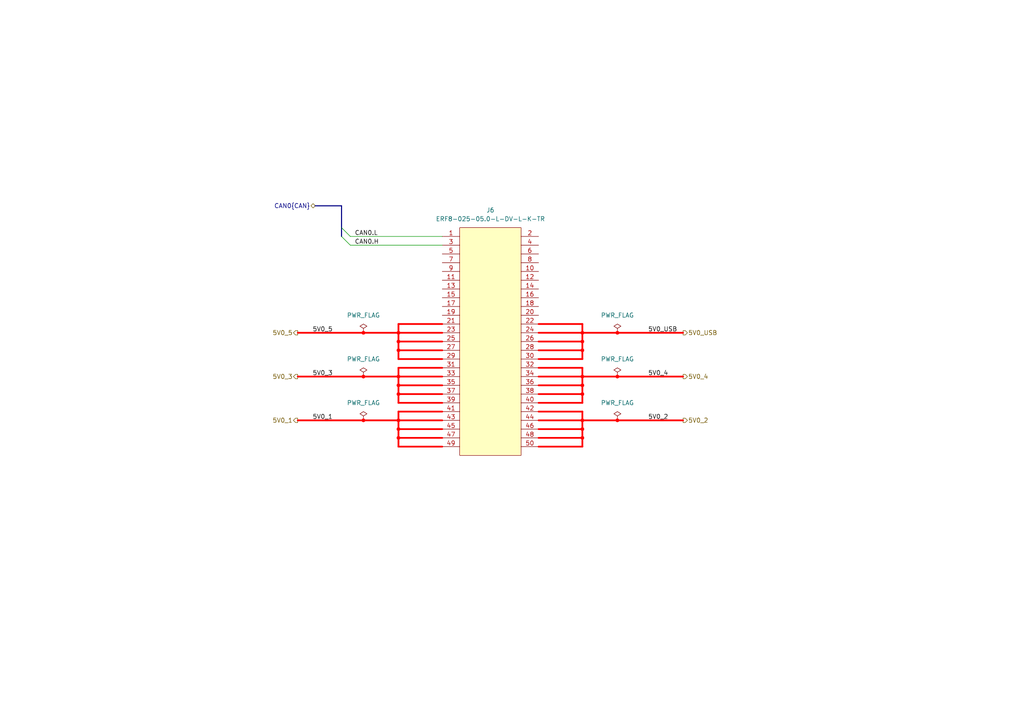
<source format=kicad_sch>
(kicad_sch (version 20250114) (generator "eeschema") (generator_version "9.0")
  (paper "A4")
  (lib_symbols
    (symbol "library:ERF8-025-05.0-L-DV-L-K-TR"
      (property "Reference" "J" (at 0 38.1 0))
      (property "Value" "ERF8-025-05.0-L-DV-L-K-TR" (at 0 35.56 0))
      (symbol "ERF8-025-05.0-L-DV-L-K-TR_1_1"
        (rectangle (start -8.89 33.02) (end 8.89 -33.02) (fill (type color) (color 255 255 194 1)))
        (pin passive line (at -13.97 30.48 0) (length 5.08) (name "") (number "1"))
        (pin passive line (at -13.97 27.94 0) (length 5.08) (name "") (number "3"))
        (pin passive line (at -13.97 25.4 0) (length 5.08) (name "") (number "5"))
        (pin passive line (at -13.97 22.86 0) (length 5.08) (name "") (number "7"))
        (pin passive line (at -13.97 20.32 0) (length 5.08) (name "") (number "9"))
        (pin passive line (at -13.97 17.78 0) (length 5.08) (name "") (number "11"))
        (pin passive line (at -13.97 15.24 0) (length 5.08) (name "") (number "13"))
        (pin passive line (at -13.97 12.7 0) (length 5.08) (name "") (number "15"))
        (pin passive line (at -13.97 10.16 0) (length 5.08) (name "") (number "17"))
        (pin passive line (at -13.97 7.62 0) (length 5.08) (name "") (number "19"))
        (pin passive line (at -13.97 5.08 0) (length 5.08) (name "") (number "21"))
        (pin passive line (at -13.97 2.54 0) (length 5.08) (name "") (number "23"))
        (pin passive line (at -13.97 0 0) (length 5.08) (name "") (number "25"))
        (pin passive line (at -13.97 -2.54 0) (length 5.08) (name "") (number "27"))
        (pin passive line (at -13.97 -5.08 0) (length 5.08) (name "") (number "29"))
        (pin passive line (at -13.97 -7.62 0) (length 5.08) (name "") (number "31"))
        (pin passive line (at -13.97 -10.16 0) (length 5.08) (name "") (number "33"))
        (pin passive line (at -13.97 -12.7 0) (length 5.08) (name "") (number "35"))
        (pin passive line (at -13.97 -15.24 0) (length 5.08) (name "") (number "37"))
        (pin passive line (at -13.97 -17.78 0) (length 5.08) (name "") (number "39"))
        (pin passive line (at -13.97 -20.32 0) (length 5.08) (name "") (number "41"))
        (pin passive line (at -13.97 -22.86 0) (length 5.08) (name "") (number "43"))
        (pin passive line (at -13.97 -25.4 0) (length 5.08) (name "") (number "45"))
        (pin passive line (at -13.97 -27.94 0) (length 5.08) (name "") (number "47"))
        (pin passive line (at -13.97 -30.48 0) (length 5.08) (name "") (number "49"))
        (pin passive line (at 13.97 30.48 180) (length 5.08) (name "") (number "2"))
        (pin passive line (at 13.97 27.94 180) (length 5.08) (name "") (number "4"))
        (pin passive line (at 13.97 25.4 180) (length 5.08) (name "") (number "6"))
        (pin passive line (at 13.97 22.86 180) (length 5.08) (name "") (number "8"))
        (pin passive line (at 13.97 20.32 180) (length 5.08) (name "") (number "10"))
        (pin passive line (at 13.97 17.78 180) (length 5.08) (name "") (number "12"))
        (pin passive line (at 13.97 15.24 180) (length 5.08) (name "") (number "14"))
        (pin passive line (at 13.97 12.7 180) (length 5.08) (name "") (number "16"))
        (pin passive line (at 13.97 10.16 180) (length 5.08) (name "") (number "18"))
        (pin passive line (at 13.97 7.62 180) (length 5.08) (name "") (number "20"))
        (pin passive line (at 13.97 5.08 180) (length 5.08) (name "") (number "22"))
        (pin passive line (at 13.97 2.54 180) (length 5.08) (name "") (number "24"))
        (pin passive line (at 13.97 0 180) (length 5.08) (name "") (number "26"))
        (pin passive line (at 13.97 -2.54 180) (length 5.08) (name "") (number "28"))
        (pin passive line (at 13.97 -5.08 180) (length 5.08) (name "") (number "30"))
        (pin passive line (at 13.97 -7.62 180) (length 5.08) (name "") (number "32"))
        (pin passive line (at 13.97 -10.16 180) (length 5.08) (name "") (number "34"))
        (pin passive line (at 13.97 -12.7 180) (length 5.08) (name "") (number "36"))
        (pin passive line (at 13.97 -15.24 180) (length 5.08) (name "") (number "38"))
        (pin passive line (at 13.97 -17.78 180) (length 5.08) (name "") (number "40"))
        (pin passive line (at 13.97 -20.32 180) (length 5.08) (name "") (number "42"))
        (pin passive line (at 13.97 -22.86 180) (length 5.08) (name "") (number "44"))
        (pin passive line (at 13.97 -25.4 180) (length 5.08) (name "") (number "46"))
        (pin passive line (at 13.97 -27.94 180) (length 5.08) (name "") (number "48"))
        (pin passive line (at 13.97 -30.48 180) (length 5.08) (name "") (number "50"))
      )
    )
    (symbol "power:PWR_FLAG" (power) (pin_numbers (hide yes)) (pin_names (offset 0) (hide yes))
      (property "Value" "PWR_FLAG" (at 0 3.81 0))
      (symbol "PWR_FLAG_0_0"
        (pin power_out line (at 0 0 90) (length 0) (name "~") (number "1"))
      )
      (symbol "PWR_FLAG_0_1"
        (polyline (pts (xy 0 0) (xy 0 1.27) (xy -1.016 1.905) (xy 0 2.54) (xy 1.016 1.905) (xy 0 1.27)))
      )
    )
  )
  (junction (at 168.91 127) (color 255 0 0 1))
  (junction (at 168.91 111.76) (color 255 0 0 1))
  (junction (at 179.07 96.52) (color 255 0 0 1))
  (junction (at 168.91 109.22) (color 255 0 0 1))
  (junction (at 168.91 96.52) (color 255 0 0 1))
  (junction (at 115.57 96.52) (color 255 0 0 1))
  (junction (at 168.91 121.92) (color 255 0 0 1))
  (junction (at 115.57 111.76) (color 255 0 0 1))
  (junction (at 115.57 124.46) (color 255 0 0 1))
  (junction (at 115.57 99.06) (color 255 0 0 1))
  (junction (at 105.41 121.92) (color 255 0 0 1))
  (junction (at 168.91 101.6) (color 255 0 0 1))
  (junction (at 115.57 114.3) (color 255 0 0 1))
  (junction (at 115.57 127) (color 255 0 0 1))
  (junction (at 168.91 99.06) (color 255 0 0 1))
  (junction (at 115.57 101.6) (color 255 0 0 1))
  (junction (at 105.41 96.52) (color 255 0 0 1))
  (junction (at 168.91 124.46) (color 255 0 0 1))
  (junction (at 115.57 109.22) (color 255 0 0 1))
  (junction (at 168.91 114.3) (color 255 0 0 1))
  (junction (at 105.41 109.22) (color 255 0 0 1))
  (junction (at 179.07 121.92) (color 255 0 0 1))
  (junction (at 115.57 121.92) (color 255 0 0 1))
  (junction (at 179.07 109.22) (color 255 0 0 1))
  (bus_entry (at 99.06 66.04) (size 2.54 2.54))
  (bus_entry (at 99.06 68.58) (size 2.54 2.54))
  (wire (pts (xy 168.91 101.6) (xy 156.21 101.6)) (stroke (width 0.508) (color 255 0 0 1)))
  (wire (pts (xy 115.57 119.38) (xy 128.27 119.38)) (stroke (width 0.508) (color 255 0 0 1)))
  (wire (pts (xy 115.57 99.06) (xy 115.57 101.6)) (stroke (width 0.508) (color 255 0 0 1)))
  (wire (pts (xy 168.91 111.76) (xy 168.91 114.3)) (stroke (width 0.508) (color 255 0 0 1)))
  (wire (pts (xy 168.91 96.52) (xy 179.07 96.52)) (stroke (width 0.508) (color 255 0 0 1)))
  (wire (pts (xy 115.57 99.06) (xy 128.27 99.06)) (stroke (width 0.508) (color 255 0 0 1)))
  (wire (pts (xy 105.41 109.22) (xy 115.57 109.22)) (stroke (width 0.508) (color 255 0 0 1)))
  (wire (pts (xy 101.6 68.58) (xy 128.27 68.58)))
  (wire (pts (xy 115.57 127) (xy 128.27 127)) (stroke (width 0.508) (color 255 0 0 1)))
  (wire (pts (xy 115.57 106.68) (xy 115.57 109.22)) (stroke (width 0.508) (color 255 0 0 1)))
  (wire (pts (xy 168.91 96.52) (xy 156.21 96.52)) (stroke (width 0.508) (color 255 0 0 1)))
  (wire (pts (xy 115.57 101.6) (xy 115.57 104.14)) (stroke (width 0.508) (color 255 0 0 1)))
  (wire (pts (xy 168.91 116.84) (xy 156.21 116.84)) (stroke (width 0.508) (color 255 0 0 1)))
  (wire (pts (xy 115.57 96.52) (xy 128.27 96.52)) (stroke (width 0.508) (color 255 0 0 1)))
  (wire (pts (xy 168.91 111.76) (xy 156.21 111.76)) (stroke (width 0.508) (color 255 0 0 1)))
  (wire (pts (xy 115.57 116.84) (xy 128.27 116.84)) (stroke (width 0.508) (color 255 0 0 1)))
  (wire (pts (xy 115.57 109.22) (xy 128.27 109.22)) (stroke (width 0.508) (color 255 0 0 1)))
  (wire (pts (xy 101.6 71.12) (xy 128.27 71.12)))
  (wire (pts (xy 115.57 93.98) (xy 115.57 96.52)) (stroke (width 0.508) (color 255 0 0 1)))
  (wire (pts (xy 168.91 96.52) (xy 168.91 99.06)) (stroke (width 0.508) (color 255 0 0 1)))
  (wire (pts (xy 86.36 121.92) (xy 105.41 121.92)) (stroke (width 0.508) (color 255 0 0 1)))
  (wire (pts (xy 115.57 101.6) (xy 128.27 101.6)) (stroke (width 0.508) (color 255 0 0 1)))
  (wire (pts (xy 168.91 93.98) (xy 156.21 93.98)) (stroke (width 0.508) (color 255 0 0 1)))
  (wire (pts (xy 115.57 119.38) (xy 115.57 121.92)) (stroke (width 0.508) (color 255 0 0 1)))
  (wire (pts (xy 115.57 109.22) (xy 115.57 111.76)) (stroke (width 0.508) (color 255 0 0 1)))
  (wire (pts (xy 105.41 96.52) (xy 115.57 96.52)) (stroke (width 0.508) (color 255 0 0 1)))
  (wire (pts (xy 115.57 127) (xy 115.57 129.54)) (stroke (width 0.508) (color 255 0 0 1)))
  (wire (pts (xy 168.91 101.6) (xy 168.91 104.14)) (stroke (width 0.508) (color 255 0 0 1)))
  (wire (pts (xy 115.57 114.3) (xy 115.57 116.84)) (stroke (width 0.508) (color 255 0 0 1)))
  (wire (pts (xy 86.36 96.52) (xy 105.41 96.52)) (stroke (width 0.508) (color 255 0 0 1)))
  (wire (pts (xy 168.91 99.06) (xy 168.91 101.6)) (stroke (width 0.508) (color 255 0 0 1)))
  (wire (pts (xy 115.57 111.76) (xy 128.27 111.76)) (stroke (width 0.508) (color 255 0 0 1)))
  (wire (pts (xy 179.07 109.22) (xy 198.12 109.22)) (stroke (width 0.508) (color 255 0 0 1)))
  (wire (pts (xy 168.91 114.3) (xy 168.91 116.84)) (stroke (width 0.508) (color 255 0 0 1)))
  (wire (pts (xy 168.91 127) (xy 156.21 127)) (stroke (width 0.508) (color 255 0 0 1)))
  (wire (pts (xy 168.91 119.38) (xy 168.91 121.92)) (stroke (width 0.508) (color 255 0 0 1)))
  (wire (pts (xy 168.91 119.38) (xy 156.21 119.38)) (stroke (width 0.508) (color 255 0 0 1)))
  (wire (pts (xy 168.91 106.68) (xy 168.91 109.22)) (stroke (width 0.508) (color 255 0 0 1)))
  (wire (pts (xy 168.91 129.54) (xy 156.21 129.54)) (stroke (width 0.508) (color 255 0 0 1)))
  (wire (pts (xy 115.57 114.3) (xy 128.27 114.3)) (stroke (width 0.508) (color 255 0 0 1)))
  (wire (pts (xy 115.57 121.92) (xy 115.57 124.46)) (stroke (width 0.508) (color 255 0 0 1)))
  (wire (pts (xy 115.57 93.98) (xy 128.27 93.98)) (stroke (width 0.508) (color 255 0 0 1)))
  (wire (pts (xy 179.07 121.92) (xy 198.12 121.92)) (stroke (width 0.508) (color 255 0 0 1)))
  (wire (pts (xy 168.91 109.22) (xy 156.21 109.22)) (stroke (width 0.508) (color 255 0 0 1)))
  (wire (pts (xy 168.91 121.92) (xy 168.91 124.46)) (stroke (width 0.508) (color 255 0 0 1)))
  (wire (pts (xy 168.91 124.46) (xy 168.91 127)) (stroke (width 0.508) (color 255 0 0 1)))
  (wire (pts (xy 168.91 93.98) (xy 168.91 96.52)) (stroke (width 0.508) (color 255 0 0 1)))
  (bus (pts (xy 99.06 59.69) (xy 99.06 66.04)))
  (wire (pts (xy 168.91 99.06) (xy 156.21 99.06)) (stroke (width 0.508) (color 255 0 0 1)))
  (wire (pts (xy 115.57 129.54) (xy 128.27 129.54)) (stroke (width 0.508) (color 255 0 0 1)))
  (wire (pts (xy 115.57 104.14) (xy 128.27 104.14)) (stroke (width 0.508) (color 255 0 0 1)))
  (wire (pts (xy 115.57 124.46) (xy 128.27 124.46)) (stroke (width 0.508) (color 255 0 0 1)))
  (wire (pts (xy 168.91 106.68) (xy 156.21 106.68)) (stroke (width 0.508) (color 255 0 0 1)))
  (wire (pts (xy 115.57 124.46) (xy 115.57 127)) (stroke (width 0.508) (color 255 0 0 1)))
  (wire (pts (xy 168.91 109.22) (xy 179.07 109.22)) (stroke (width 0.508) (color 255 0 0 1)))
  (wire (pts (xy 115.57 121.92) (xy 128.27 121.92)) (stroke (width 0.508) (color 255 0 0 1)))
  (wire (pts (xy 86.36 109.22) (xy 105.41 109.22)) (stroke (width 0.508) (color 255 0 0 1)))
  (wire (pts (xy 115.57 111.76) (xy 115.57 114.3)) (stroke (width 0.508) (color 255 0 0 1)))
  (wire (pts (xy 168.91 109.22) (xy 168.91 111.76)) (stroke (width 0.508) (color 255 0 0 1)))
  (wire (pts (xy 168.91 121.92) (xy 156.21 121.92)) (stroke (width 0.508) (color 255 0 0 1)))
  (wire (pts (xy 168.91 114.3) (xy 156.21 114.3)) (stroke (width 0.508) (color 255 0 0 1)))
  (bus (pts (xy 91.44 59.69) (xy 99.06 59.69)))
  (wire (pts (xy 168.91 121.92) (xy 179.07 121.92)) (stroke (width 0.508) (color 255 0 0 1)))
  (wire (pts (xy 168.91 104.14) (xy 156.21 104.14)) (stroke (width 0.508) (color 255 0 0 1)))
  (wire (pts (xy 168.91 124.46) (xy 156.21 124.46)) (stroke (width 0.508) (color 255 0 0 1)))
  (bus (pts (xy 99.06 66.04) (xy 99.06 68.58)))
  (wire (pts (xy 115.57 106.68) (xy 128.27 106.68)) (stroke (width 0.508) (color 255 0 0 1)))
  (wire (pts (xy 168.91 127) (xy 168.91 129.54)) (stroke (width 0.508) (color 255 0 0 1)))
  (wire (pts (xy 115.57 96.52) (xy 115.57 99.06)) (stroke (width 0.508) (color 255 0 0 1)))
  (wire (pts (xy 105.41 121.92) (xy 115.57 121.92)) (stroke (width 0.508) (color 255 0 0 1)))
  (wire (pts (xy 179.07 96.52) (xy 198.12 96.52)) (stroke (width 0.508) (color 255 0 0 1)))
  (label "5V0_2" (at 187.96 121.92 0))
  (label "CAN0.L" (at 102.87 68.58 0))
  (label "5V0_1" (at 96.52 121.92 180))
  (label "5V0_3" (at 96.52 109.22 180))
  (label "5V0_USB" (at 187.96 96.52 0))
  (label "CAN0.H" (at 102.87 71.12 0))
  (label "5V0_5" (at 96.52 96.52 180))
  (label "5V0_4" (at 187.96 109.22 0))
  (hierarchical_label "5V0_4" (shape output) (at 198.12 109.22 0))
  (hierarchical_label "5V0_2" (shape output) (at 198.12 121.92 0))
  (hierarchical_label "5V0_5" (shape output) (at 86.36 96.52 180))
  (hierarchical_label "5V0_3" (shape output) (at 86.36 109.22 180))
  (hierarchical_label "5V0_USB" (shape output) (at 198.12 96.52 0))
  (hierarchical_label "5V0_1" (shape output) (at 86.36 121.92 180))
  (hierarchical_label "CAN0{CAN}" (shape bidirectional) (at 91.44 59.69 180))
  (symbol (lib_id "power:PWR_FLAG") (at 179.07 109.22 0) (unit 1)
    (property "Reference" "#FLG02" (effects (hide yes)))
    (property "Value" "PWR_FLAG" (at 179.07 104.14 0))
    (property "Description" "Special symbol for telling ERC where power comes from" (effects (hide yes)))
  )
  (symbol (lib_id "library:ERF8-025-05.0-L-DV-L-K-TR") (at 142.24 99.06 0) (unit 1)
    (property "Reference" "J6" (at 142.24 60.96 0))
    (property "Value" "ERF8-025-05.0-L-DV-L-K-TR" (at 142.24 63.5 0))
    (property "Footprint" "library:SAMTEC_ERF8-025-05.0-L-DV-L-K-TR" (effects (hide yes)))
  )
  (symbol (lib_id "power:PWR_FLAG") (at 105.41 121.92 0) (unit 1)
    (property "Reference" "#FLG06" (effects (hide yes)))
    (property "Value" "PWR_FLAG" (at 105.41 116.84 0))
    (property "Description" "Special symbol for telling ERC where power comes from" (effects (hide yes)))
  )
  (symbol (lib_id "power:PWR_FLAG") (at 105.41 109.22 0) (unit 1)
    (property "Reference" "#FLG05" (effects (hide yes)))
    (property "Value" "PWR_FLAG" (at 105.41 104.14 0))
    (property "Description" "Special symbol for telling ERC where power comes from" (effects (hide yes)))
  )
  (symbol (lib_id "power:PWR_FLAG") (at 179.07 96.52 0) (unit 1)
    (property "Reference" "#FLG01" (effects (hide yes)))
    (property "Value" "PWR_FLAG" (at 179.07 91.44 0))
    (property "Description" "Special symbol for telling ERC where power comes from" (effects (hide yes)))
  )
  (symbol (lib_id "power:PWR_FLAG") (at 105.41 96.52 0) (unit 1)
    (property "Reference" "#FLG04" (effects (hide yes)))
    (property "Value" "PWR_FLAG" (at 105.41 91.44 0))
    (property "Description" "Special symbol for telling ERC where power comes from" (effects (hide yes)))
  )
  (symbol (lib_id "power:PWR_FLAG") (at 179.07 121.92 0) (unit 1)
    (property "Reference" "#FLG03" (effects (hide yes)))
    (property "Value" "PWR_FLAG" (at 179.07 116.84 0))
    (property "Description" "Special symbol for telling ERC where power comes from" (effects (hide yes)))
  )
)
</source>
